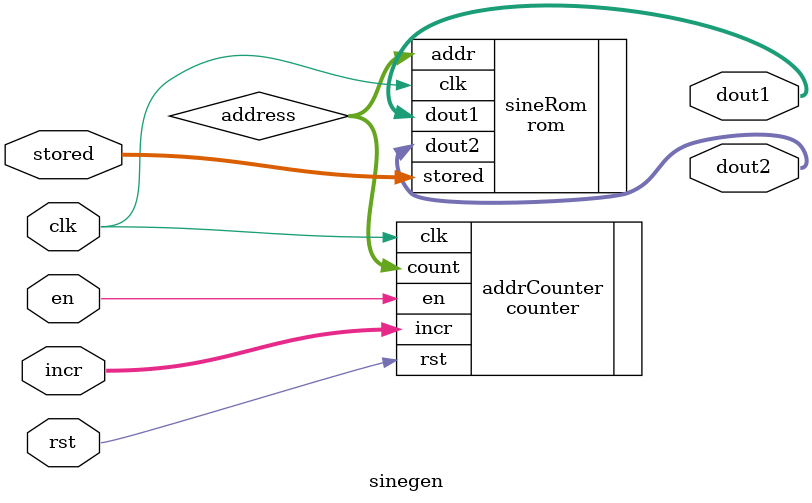
<source format=sv>
module sinegen #(
    parameter A_WIDTH = 8,
              D_WIDTH = 8  
)(
    // interface signals
    input logic               clk, // clock
    input logic               rst, // reset
    input logic               en,  // enable
    input logic [D_WIDTH-1:0]  stored,
    input logic [D_WIDTH-1:0] incr, // increment for addr counter
    output logic [D_WIDTH-1:0] dout1,  // output data
    output logic [D_WIDTH-1:0] dout2
);

    logic [A_WIDTH-1:0] address; // interconnct wire


counter addrCounter (
    .clk (clk),
    .rst (rst),
    .en  (en),
    .incr (incr),
    .count (address)

);

rom sineRom(
    .clk (clk),
    .addr (address),
    .stored (stored),
    .dout1 (dout1),
    .dout2 (dout2)
);

endmodule

</source>
